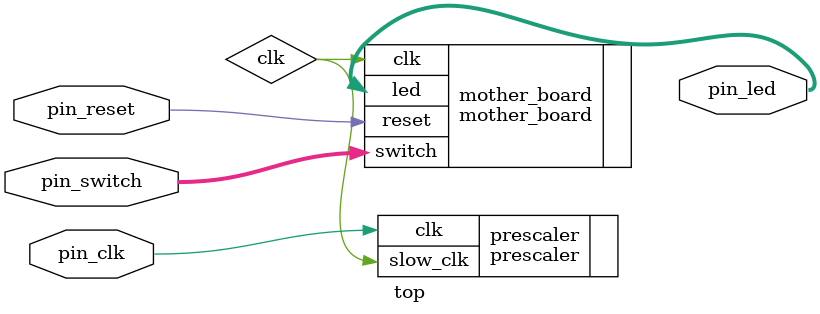
<source format=sv>
`timescale 1ns / 1ps


module top(
    input logic pin_clk,
    input logic pin_reset,
    input logic [3:0] pin_switch,
    output logic [3:0] pin_led
    );
    
    logic clk;
    // logic [15:0] read_addr_large;
    // assign read_addr = read_addr_large[13:0];
    // logic [15:0] write_addr_large;
    // assign write_addr = write_addr_large[13:0];
    prescaler #(.CLK_THRESHOLD(32'd100_000_00)) prescaler (.clk(pin_clk), .slow_clk(clk));
    mother_board mother_board(.clk, .reset(pin_reset), .switch(pin_switch), .led(pin_led));
endmodule

</source>
